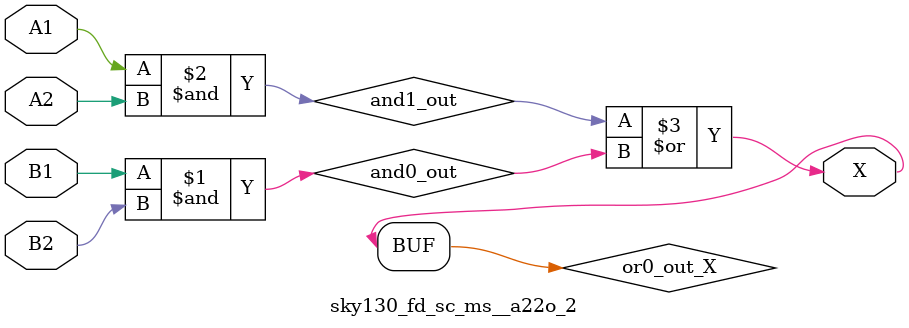
<source format=v>
/*
 * Copyright 2020 The SkyWater PDK Authors
 *
 * Licensed under the Apache License, Version 2.0 (the "License");
 * you may not use this file except in compliance with the License.
 * You may obtain a copy of the License at
 *
 *     https://www.apache.org/licenses/LICENSE-2.0
 *
 * Unless required by applicable law or agreed to in writing, software
 * distributed under the License is distributed on an "AS IS" BASIS,
 * WITHOUT WARRANTIES OR CONDITIONS OF ANY KIND, either express or implied.
 * See the License for the specific language governing permissions and
 * limitations under the License.
 *
 * SPDX-License-Identifier: Apache-2.0
*/


`ifndef SKY130_FD_SC_MS__A22O_2_FUNCTIONAL_V
`define SKY130_FD_SC_MS__A22O_2_FUNCTIONAL_V

/**
 * a22o: 2-input AND into both inputs of 2-input OR.
 *
 *       X = ((A1 & A2) | (B1 & B2))
 *
 * Verilog simulation functional model.
 */

`timescale 1ns / 1ps
`default_nettype none

`celldefine
module sky130_fd_sc_ms__a22o_2 (
    X ,
    A1,
    A2,
    B1,
    B2
);

    // Module ports
    output X ;
    input  A1;
    input  A2;
    input  B1;
    input  B2;

    // Local signals
    wire and0_out ;
    wire and1_out ;
    wire or0_out_X;

    //  Name  Output     Other arguments
    and and0 (and0_out , B1, B2            );
    and and1 (and1_out , A1, A2            );
    or  or0  (or0_out_X, and1_out, and0_out);
    buf buf0 (X        , or0_out_X         );

endmodule
`endcelldefine

`default_nettype wire
`endif  // SKY130_FD_SC_MS__A22O_2_FUNCTIONAL_V

</source>
